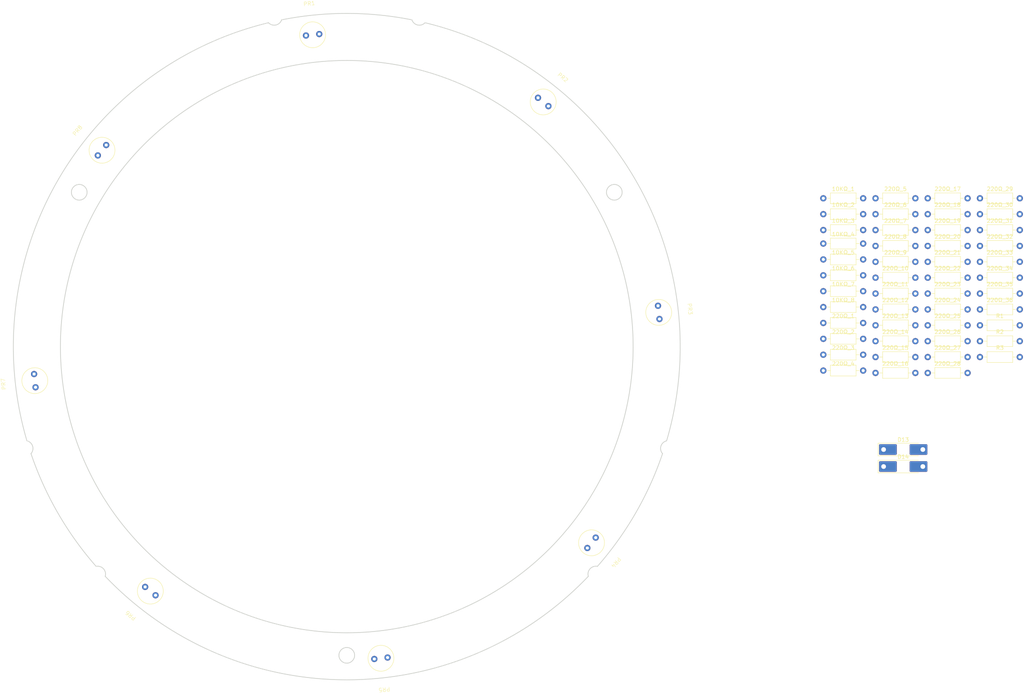
<source format=kicad_pcb>
(kicad_pcb (version 20240108) (generator "pcbnew") (generator_version "8.0")
  (layers (0 "F.Cu" signal) (31 "B.Cu" signal) (34 "B.Paste" user) (35 "F.Paste" user) (36 "B.SilkS" user "B.Silkscreen") (37 "F.SilkS" user "F.Silkscreen") (38 "B.Mask" user) (39 "F.Mask" user) (44 "Edge.Cuts" user))
  (net 0 "")
  (net 1 "pr1")
  (net 2 "Net-(D1-BK)")
  (net 3 "pr2")
  (net 4 "pr3")
  (net 5 "pr4")
  (net 6 "pr5")
  (net 7 "pr6")
  (net 8 "pr7")
  (net 9 "pr8")
  (net 10 "Net-(D1-BA)")
  (net 11 "Net-(Q3-C)")
  (net 12 "Net-(D1-GA)")
  (net 13 "Net-(Q2-C)")
  (net 14 "Net-(Q1-E)")
  (net 15 "Net-(D1-RA)")
  (net 16 "Net-(D2-BA)")
  (net 17 "Net-(D2-GA)")
  (net 18 "Net-(D2-RA)")
  (net 19 "Net-(D3-BA)")
  (net 20 "Net-(D3-GA)")
  (net 21 "Net-(D3-RA)")
  (net 22 "Net-(D4-BA)")
  (net 23 "Net-(D4-GA)")
  (net 24 "Net-(D4-RA)")
  (net 25 "Net-(D5-BA)")
  (net 26 "Net-(D5-GA)")
  (net 27 "Net-(D5-RA)")
  (net 28 "Net-(D6-BA)")
  (net 29 "Net-(D6-GA)")
  (net 30 "Net-(D6-RA)")
  (net 31 "Net-(D7-BA)")
  (net 32 "Net-(D7-GA)")
  (net 33 "Net-(D7-RA)")
  (net 34 "Net-(D8-BA)")
  (net 35 "Net-(D8-GA)")
  (net 36 "Net-(D8-RA)")
  (net 37 "Net-(D9-BA)")
  (net 38 "Net-(D9-GA)")
  (net 39 "Net-(D9-RA)")
  (net 40 "Net-(D10-BA)")
  (net 41 "Net-(D10-GA)")
  (net 42 "Net-(D10-RA)")
  (net 43 "Net-(D11-BA)")
  (net 44 "Net-(D11-GA)")
  (net 45 "Net-(D11-RA)")
  (net 46 "Net-(D12-BA)")
  (net 47 "Net-(D12-GA)")
  (net 48 "Net-(D12-RA)")
  (net 49 "GND")
  (net 50 "5V")
  (net 51 "Net-(D14-K)")
  (net 52 "Net-(Q1-B)")
  (net 53 "BLAUW")
  (net 54 "GROEN")
  (net 55 "Net-(Q2-B)")
  (net 56 "ROOD")
  (net 57 "Net-(Q3-B)")
  (footprint "Library:FOTORES" (layer "F.Cu") (at 41.809241 52.276122 51.25)
    (property "Reference" "PR8" (at -0.000001 -8.000001 51.25) (layer "F.SilkS") (effects (font (thickness 0.1))))
    (property "Value" "A1050")
    (pad "1" thru_hole circle (at -1.7 0 51.25) (size 1.6 1.6) (drill 0.8) (layers "*.Cu" "*.Mask") (net 51 "Net-(D14-K)"))
    (pad "2" thru_hole circle (at 1.7 0 51.25) (size 1.6 1.6) (drill 0.8) (layers "*.Cu" "*.Mask") (net 9 "pr8"))
  )
  (footprint "Resistor_THT:R_Axial_DIN0207_L6.3mm_D2.5mm_P10.16mm_Horizontal" (layer "F.Cu") (at 265.609 92.887)
    (property "Reference" "220Ω_36" (at 5.08 -2.37 0) (layer "F.SilkS"))
    (property "Value" "R_US")
    (pad "1" thru_hole circle (at 0 0) (size 1.6 1.6) (drill 0.8) (layers "*.Cu" "*.Mask") (net 48 "Net-(D12-RA)"))
    (pad "2" thru_hole oval (at 10.16 0) (size 1.6 1.6) (drill 0.8) (layers "*.Cu" "*.Mask") (net 14 "Net-(Q1-E)"))
  )
  (footprint "Resistor_THT:R_Axial_DIN0207_L6.3mm_D2.5mm_P10.16mm_Horizontal" (layer "F.Cu") (at 252.299 100.987)
    (property "Reference" "220Ω_26" (at 5.08 -2.37 0) (layer "F.SilkS"))
    (property "Value" "R_US")
    (pad "1" thru_hole circle (at 0 0) (size 1.6 1.6) (drill 0.8) (layers "*.Cu" "*.Mask") (net 38 "Net-(D9-GA)"))
    (pad "2" thru_hole oval (at 10.16 0) (size 1.6 1.6) (drill 0.8) (layers "*.Cu" "*.Mask") (net 13 "Net-(Q2-C)"))
  )
  (footprint "Resistor_THT:R_Axial_DIN0207_L6.3mm_D2.5mm_P10.16mm_Horizontal" (layer "F.Cu") (at 265.609 80.737)
    (property "Reference" "220Ω_33" (at 5.08 -2.37 0) (layer "F.SilkS"))
    (property "Value" "R_US")
    (pad "1" thru_hole circle (at 0 0) (size 1.6 1.6) (drill 0.8) (layers "*.Cu" "*.Mask") (net 45 "Net-(D11-RA)"))
    (pad "2" thru_hole oval (at 10.16 0) (size 1.6 1.6) (drill 0.8) (layers "*.Cu" "*.Mask") (net 14 "Net-(Q1-E)"))
  )
  (footprint "Resistor_THT:R_Axial_DIN0207_L6.3mm_D2.5mm_P10.16mm_Horizontal" (layer "F.Cu") (at 238.989 76.687)
    (property "Reference" "220Ω_8" (at 5.08 -2.37 0) (layer "F.SilkS"))
    (property "Value" "R_US")
    (pad "1" thru_hole circle (at 0 0) (size 1.6 1.6) (drill 0.8) (layers "*.Cu" "*.Mask") (net 20 "Net-(D3-GA)"))
    (pad "2" thru_hole oval (at 10.16 0) (size 1.6 1.6) (drill 0.8) (layers "*.Cu" "*.Mask") (net 13 "Net-(Q2-C)"))
  )
  (footprint "Resistor_THT:R_Axial_DIN0207_L6.3mm_D2.5mm_P10.16mm_Horizontal" (layer "F.Cu") (at 252.299 88.837)
    (property "Reference" "220Ω_23" (at 5.08 -2.37 0) (layer "F.SilkS"))
    (property "Value" "R_US")
    (pad "1" thru_hole circle (at 0 0) (size 1.6 1.6) (drill 0.8) (layers "*.Cu" "*.Mask") (net 35 "Net-(D8-GA)"))
    (pad "2" thru_hole oval (at 10.16 0) (size 1.6 1.6) (drill 0.8) (layers "*.Cu" "*.Mask") (net 13 "Net-(Q2-C)"))
  )
  (footprint "Diode_SMD:D_MELF-RM10_Universal_Handsoldering" (layer "F.Cu") (at 246.045 128.627)
    (property "Reference" "D13" (at 0 -2.5 0) (layer "F.SilkS"))
    (property "Value" "D")
    (pad "1" thru_hole roundrect (at -5 0) (size 4.5 2.7) (drill 1.19888 (offset 1.1 0)) (layers "*.Cu" "*.Mask") (roundrect_rratio 0.0925925926) (net 49 "GND"))
    (pad "2" thru_hole roundrect (at 5 0 180) (size 4.5 2.7) (drill 1.19888 (offset 1.1 0)) (layers "*.Cu" "*.Mask") (roundrect_rratio 0.0925925926) (net 2 "Net-(D1-BK)"))
  )
  (footprint "Resistor_THT:R_Axial_DIN0207_L6.3mm_D2.5mm_P10.16mm_Horizontal" (layer "F.Cu") (at 265.609 88.837)
    (property "Reference" "220Ω_35" (at 5.08 -2.37 0) (layer "F.SilkS"))
    (property "Value" "R_US")
    (pad "1" thru_hole circle (at 0 0) (size 1.6 1.6) (drill 0.8) (layers "*.Cu" "*.Mask") (net 47 "Net-(D12-GA)"))
    (pad "2" thru_hole oval (at 10.16 0) (size 1.6 1.6) (drill 0.8) (layers "*.Cu" "*.Mask") (net 13 "Net-(Q2-C)"))
  )
  (footprint "Library:FOTORES" (layer "F.Cu") (at 166.590758 152.423877 -128.75)
    (property "Reference" "PR4" (at 0 -8 -128.75) (layer "F.SilkS") (effects (font (thickness 0.1))))
    (property "Value" "A1050")
    (pad "1" thru_hole circle (at -1.7 0 231.25) (size 1.6 1.6) (drill 0.8) (layers "*.Cu" "*.Mask") (net 51 "Net-(D14-K)"))
    (pad "2" thru_hole circle (at 1.7 0 231.25) (size 1.6 1.6) (drill 0.8) (layers "*.Cu" "*.Mask") (net 5 "pr4"))
  )
  (footprint "Resistor_THT:R_Axial_DIN0207_L6.3mm_D2.5mm_P10.16mm_Horizontal" (layer "F.Cu") (at 265.609 100.987)
    (property "Reference" "R2" (at 5.08 -2.37 0) (layer "F.SilkS"))
    (property "Value" "R_US")
    (pad "1" thru_hole circle (at 0 0) (size 1.6 1.6) (drill 0.8) (layers "*.Cu" "*.Mask") (net 55 "Net-(Q2-B)"))
    (pad "2" thru_hole oval (at 10.16 0) (size 1.6 1.6) (drill 0.8) (layers "*.Cu" "*.Mask") (net 54 "GROEN"))
  )
  (footprint "Resistor_THT:R_Axial_DIN0207_L6.3mm_D2.5mm_P10.16mm_Horizontal" (layer "F.Cu") (at 252.299 92.887)
    (property "Reference" "220Ω_24" (at 5.08 -2.37 0) (layer "F.SilkS"))
    (property "Value" "R_US")
    (pad "1" thru_hole circle (at 0 0) (size 1.6 1.6) (drill 0.8) (layers "*.Cu" "*.Mask") (net 36 "Net-(D8-RA)"))
    (pad "2" thru_hole oval (at 10.16 0) (size 1.6 1.6) (drill 0.8) (layers "*.Cu" "*.Mask") (net 14 "Net-(Q1-E)"))
  )
  (footprint "Resistor_THT:R_Axial_DIN0207_L6.3mm_D2.5mm_P10.16mm_Horizontal" (layer "F.Cu") (at 252.299 105.037)
    (property "Reference" "220Ω_27" (at 5.08 -2.37 0) (layer "F.SilkS"))
    (property "Value" "R_US")
    (pad "1" thru_hole circle (at 0 0) (size 1.6 1.6) (drill 0.8) (layers "*.Cu" "*.Mask") (net 39 "Net-(D9-RA)"))
    (pad "2" thru_hole oval (at 10.16 0) (size 1.6 1.6) (drill 0.8) (layers "*.Cu" "*.Mask") (net 14 "Net-(Q1-E)"))
  )
  (footprint "Resistor_THT:R_Axial_DIN0207_L6.3mm_D2.5mm_P10.16mm_Horizontal" (layer "F.Cu") (at 238.989 84.787)
    (property "Reference" "220Ω_10" (at 5.08 -2.37 0) (layer "F.SilkS"))
    (property "Value" "R_US")
    (pad "1" thru_hole circle (at 0 0) (size 1.6 1.6) (drill 0.8) (layers "*.Cu" "*.Mask") (net 22 "Net-(D4-BA)"))
    (pad "2" thru_hole oval (at 10.16 0) (size 1.6 1.6) (drill 0.8) (layers "*.Cu" "*.Mask") (net 11 "Net-(Q3-C)"))
  )
  (footprint "Resistor_THT:R_Axial_DIN0207_L6.3mm_D2.5mm_P10.16mm_Horizontal" (layer "F.Cu") (at 225.679 108.487)
    (property "Reference" "220Ω_4" (at 5.08 -1.77 0) (layer "F.SilkS"))
    (property "Value" "R_US")
    (pad "1" thru_hole circle (at 0 0) (size 1.6 1.6) (drill 0.8) (layers "*.Cu" "*.Mask") (net 16 "Net-(D2-BA)"))
    (pad "2" thru_hole oval (at 10.16 0) (size 1.6 1.6) (drill 0.8) (layers "*.Cu" "*.Mask") (net 11 "Net-(Q3-C)"))
  )
  (footprint "Resistor_THT:R_Axial_DIN0207_L6.3mm_D2.5mm_P10.16mm_Horizontal" (layer "F.Cu") (at 265.609 72.637)
    (property "Reference" "220Ω_31" (at 5.08 -2.37 0) (layer "F.SilkS"))
    (property "Value" "R_US")
    (pad "1" thru_hole circle (at 0 0) (size 1.6 1.6) (drill 0.8) (layers "*.Cu" "*.Mask") (net 43 "Net-(D11-BA)"))
    (pad "2" thru_hole oval (at 10.16 0) (size 1.6 1.6) (drill 0.8) (layers "*.Cu" "*.Mask") (net 11 "Net-(Q3-C)"))
  )
  (footprint "Resistor_THT:R_Axial_DIN0207_L6.3mm_D2.5mm_P10.16mm_Horizontal" (layer "F.Cu") (at 238.989 92.887)
    (property "Reference" "220Ω_12" (at 5.08 -2.37 0) (layer "F.SilkS"))
    (property "Value" "R_US")
    (pad "1" thru_hole circle (at 0 0) (size 1.6 1.6) (drill 0.8) (layers "*.Cu" "*.Mask") (net 24 "Net-(D4-RA)"))
    (pad "2" thru_hole oval (at 10.16 0) (size 1.6 1.6) (drill 0.8) (layers "*.Cu" "*.Mask") (net 14 "Net-(Q1-E)"))
  )
  (footprint "Library:FOTORES" (layer "F.Cu") (at 54.126122 164.740758 141.25)
    (property "Reference" "PR6" (at 0.000001 -8.000001 141.25) (layer "F.SilkS") (effects (font (thickness 0.1))))
    (property "Value" "A1050")
    (pad "1" thru_hole circle (at -1.7 0 141.25) (size 1.6 1.6) (drill 0.8) (layers "*.Cu" "*.Mask") (net 51 "Net-(D14-K)"))
    (pad "2" thru_hole circle (at 1.7 0 141.25) (size 1.6 1.6) (drill 0.8) (layers "*.Cu" "*.Mask") (net 7 "pr6"))
  )
  (footprint "Resistor_THT:R_Axial_DIN0207_L6.3mm_D2.5mm_P10.16mm_Horizontal" (layer "F.Cu") (at 252.299 80.737)
    (property "Reference" "220Ω_21" (at 5.08 -2.37 0) (layer "F.SilkS"))
    (property "Value" "R_US")
    (pad "1" thru_hole circle (at 0 0) (size 1.6 1.6) (drill 0.8) (layers "*.Cu" "*.Mask") (net 33 "Net-(D7-RA)"))
    (pad "2" thru_hole oval (at 10.16 0) (size 1.6 1.6) (drill 0.8) (layers "*.Cu" "*.Mask") (net 14 "Net-(Q1-E)"))
  )
  (footprint "Resistor_THT:R_Axial_DIN0207_L6.3mm_D2.5mm_P10.16mm_Horizontal" (layer "F.Cu") (at 225.679 100.387)
    (property "Reference" "220Ω_2" (at 5.08 -1.77 0) (layer "F.SilkS"))
    (property "Value" "R_US")
    (pad "1" thru_hole circle (at 0 0) (size 1.6 1.6) (drill 0.8) (layers "*.Cu" "*.Mask") (net 12 "Net-(D1-GA)"))
    (pad "2" thru_hole oval (at 10.16 0) (size 1.6 1.6) (drill 0.8) (layers "*.Cu" "*.Mask") (net 13 "Net-(Q2-C)"))
  )
  (footprint "Resistor_THT:R_Axial_DIN0207_L6.3mm_D2.5mm_P10.16mm_Horizontal" (layer "F.Cu") (at 225.679 76.087)
    (property "Reference" "10KΩ_4" (at 5.08 -2.37 0) (layer "F.SilkS"))
    (property "Value" "R_US")
    (pad "1" thru_hole circle (at 0 0) (size 1.6 1.6) (drill 0.8) (layers "*.Cu" "*.Mask") (net 5 "pr4"))
    (pad "2" thru_hole oval (at 10.16 0) (size 1.6 1.6) (drill 0.8) (layers "*.Cu" "*.Mask") (net 2 "Net-(D1-BK)"))
  )
  (footprint "Library:FOTORES" (layer "F.Cu") (at 112.90935 181.874507 -173.75)
    (property "Reference" "PR5" (at 0 -8 -173.75) (layer "F.SilkS") (effects (font (thickness 0.1))))
    (property "Value" "A1050")
    (pad "1" thru_hole circle (at -1.7 0 186.25) (size 1.6 1.6) (drill 0.8) (layers "*.Cu" "*.Mask") (net 51 "Net-(D14-K)"))
    (pad "2" thru_hole circle (at 1.7 0 186.25) (size 1.6 1.6) (drill 0.8) (layers "*.Cu" "*.Mask") (net 6 "pr5"))
  )
  (footprint "Resistor_THT:R_Axial_DIN0207_L6.3mm_D2.5mm_P10.16mm_Horizontal" (layer "F.Cu") (at 252.299 84.787)
    (property "Reference" "220Ω_22" (at 5.08 -2.37 0) (layer "F.SilkS"))
    (property "Value" "R_US")
    (pad "1" thru_hole circle (at 0 0) (size 1.6 1.6) (drill 0.8) (layers "*.Cu" "*.Mask") (net 34 "Net-(D8-BA)"))
    (pad "2" thru_hole oval (at 10.16 0) (size 1.6 1.6) (drill 0.8) (layers "*.Cu" "*.Mask") (net 11 "Net-(Q3-C)"))
  )
  (footprint "Resistor_THT:R_Axial_DIN0207_L6.3mm_D2.5mm_P10.16mm_Horizontal" (layer "F.Cu") (at 252.299 76.687)
    (property "Reference" "220Ω_20" (at 5.08 -2.37 0) (layer "F.SilkS"))
    (property "Value" "R_US")
    (pad "1" thru_hole circle (at 0 0) (size 1.6 1.6) (drill 0.8) (layers "*.Cu" "*.Mask") (net 32 "Net-(D7-GA)"))
    (pad "2" thru_hole oval (at 10.16 0) (size 1.6 1.6) (drill 0.8) (layers "*.Cu" "*.Mask") (net 13 "Net-(Q2-C)"))
  )
  (footprint "Resistor_THT:R_Axial_DIN0207_L6.3mm_D2.5mm_P10.16mm_Horizontal" (layer "F.Cu") (at 252.299 72.637)
    (property "Reference" "220Ω_19" (at 5.08 -2.37 0) (layer "F.SilkS"))
    (property "Value" "R_US")
    (pad "1" thru_hole circle (at 0 0) (size 1.6 1.6) (drill 0.8) (layers "*.Cu" "*.Mask") (net 31 "Net-(D7-BA)"))
    (pad "2" thru_hole oval (at 10.16 0) (size 1.6 1.6) (drill 0.8) (layers "*.Cu" "*.Mask") (net 11 "Net-(Q3-C)"))
  )
  (footprint "Resistor_THT:R_Axial_DIN0207_L6.3mm_D2.5mm_P10.16mm_Horizontal" (layer "F.Cu") (at 238.989 105.037)
    (property "Reference" "220Ω_15" (at 5.08 -2.37 0) (layer "F.SilkS"))
    (property "Value" "R_US")
    (pad "1" thru_hole circle (at 0 0) (size 1.6 1.6) (drill 0.8) (layers "*.Cu" "*.Mask") (net 27 "Net-(D5-RA)"))
    (pad "2" thru_hole oval (at 10.16 0) (size 1.6 1.6) (drill 0.8) (layers "*.Cu" "*.Mask") (net 14 "Net-(Q1-E)"))
  )
  (footprint "Resistor_THT:R_Axial_DIN0207_L6.3mm_D2.5mm_P10.16mm_Horizontal" (layer "F.Cu") (at 252.299 96.937)
    (property "Reference" "220Ω_25" (at 5.08 -2.37 0) (layer "F.SilkS"))
    (property "Value" "R_US")
    (pad "1" thru_hole circle (at 0 0) (size 1.6 1.6) (drill 0.8) (layers "*.Cu" "*.Mask") (net 37 "Net-(D9-BA)"))
    (pad "2" thru_hole oval (at 10.16 0) (size 1.6 1.6) (drill 0.8) (layers "*.Cu" "*.Mask") (net 11 "Net-(Q3-C)"))
  )
  (footprint "Resistor_THT:R_Axial_DIN0207_L6.3mm_D2.5mm_P10.16mm_Horizontal" (layer "F.Cu") (at 252.299 64.537)
    (property "Reference" "220Ω_17" (at 5.08 -2.37 0) (layer "F.SilkS"))
    (property "Value" "R_US")
    (pad "1" thru_hole circle (at 0 0) (size 1.6 1.6) (drill 0.8) (layers "*.Cu" "*.Mask") (net 29 "Net-(D6-GA)"))
    (pad "2" thru_hole oval (at 10.16 0) (size 1.6 1.6) (drill 0.8) (layers "*.Cu" "*.Mask") (net 13 "Net-(Q2-C)"))
  )
  (footprint "Resistor_THT:R_Axial_DIN0207_L6.3mm_D2.5mm_P10.16mm_Horizontal" (layer "F.Cu") (at 265.609 105.037)
    (property "Reference" "R3" (at 5.08 -2.37 0) (layer "F.SilkS"))
    (property "Value" "R_US")
    (pad "1" thru_hole circle (at 0 0) (size 1.6 1.6) (drill 0.8) (layers "*.Cu" "*.Mask") (net 57 "Net-(Q3-B)"))
    (pad "2" thru_hole oval (at 10.16 0) (size 1.6 1.6) (drill 0.8) (layers "*.Cu" "*.Mask") (net 56 "ROOD"))
  )
  (footprint "Resistor_THT:R_Axial_DIN0207_L6.3mm_D2.5mm_P10.16mm_Horizontal" (layer "F.Cu") (at 265.609 84.787)
    (property "Reference" "220Ω_34" (at 5.08 -2.37 0) (layer "F.SilkS"))
    (property "Value" "R_US")
    (pad "1" thru_hole circle (at 0 0) (size 1.6 1.6) (drill 0.8) (layers "*.Cu" "*.Mask") (net 46 "Net-(D12-BA)"))
    (pad "2" thru_hole oval (at 10.16 0) (size 1.6 1.6) (drill 0.8) (layers "*.Cu" "*.Mask") (net 11 "Net-(Q3-C)"))
  )
  (footprint "Resistor_THT:R_Axial_DIN0207_L6.3mm_D2.5mm_P10.16mm_Horizontal" (layer "F.Cu") (at 225.679 84.187)
    (property "Reference" "10KΩ_6" (at 5.08 -1.77 0) (layer "F.SilkS"))
    (property "Value" "R_US")
    (pad "1" thru_hole circle (at 0 0) (size 1.6 1.6) (drill 0.8) (layers "*.Cu" "*.Mask") (net 7 "pr6"))
    (pad "2" thru_hole oval (at 10.16 0) (size 1.6 1.6) (drill 0.8) (layers "*.Cu" "*.Mask") (net 2 "Net-(D1-BK)"))
  )
  (footprint "Resistor_THT:R_Axial_DIN0207_L6.3mm_D2.5mm_P10.16mm_Horizontal" (layer "F.Cu") (at 238.989 96.937)
    (property "Reference" "220Ω_13" (at 5.08 -2.37 0) (layer "F.SilkS"))
    (property "Value" "R_US")
    (pad "1" thru_hole circle (at 0 0) (size 1.6 1.6) (drill 0.8) (layers "*.Cu" "*.Mask") (net 25 "Net-(D5-BA)"))
    (pad "2" thru_hole oval (at 10.16 0) (size 1.6 1.6) (drill 0.8) (layers "*.Cu" "*.Mask") (net 11 "Net-(Q3-C)"))
  )
  (footprint "Library:FOTORES" (layer "F.Cu") (at 154.273877 39.959241 -38.75)
    (property "Reference" "PR2" (at -0.000001 -8 -38.75) (layer "F.SilkS") (effects (font (thickness 0.1))))
    (property "Value" "A1050")
    (pad "1" thru_hole circle (at -1.7 0 321.25) (size 1.6 1.6) (drill 0.8) (layers "*.Cu" "*.Mask") (net 51 "Net-(D14-K)"))
    (pad "2" thru_hole circle (at 1.7 0 321.25) (size 1.6 1.6) (drill 0.8) (layers "*.Cu" "*.Mask") (net 3 "pr2"))
  )
  (footprint "Resistor_THT:R_Axial_DIN0207_L6.3mm_D2.5mm_P10.16mm_Horizontal" (layer "F.Cu") (at 252.299 109.087)
    (property "Reference" "220Ω_28" (at 5.08 -2.37 0) (layer "F.SilkS"))
    (property "Value" "R_US")
    (pad "1" thru_hole circle (at 0 0) (size 1.6 1.6) (drill 0.8) (layers "*.Cu" "*.Mask") (net 40 "Net-(D10-BA)"))
    (pad "2" thru_hole oval (at 10.16 0) (size 1.6 1.6) (drill 0.8) (layers "*.Cu" "*.Mask") (net 11 "Net-(Q3-C)"))
  )
  (footprint "Resistor_THT:R_Axial_DIN0207_L6.3mm_D2.5mm_P10.16mm_Horizontal" (layer "F.Cu") (at 238.989 109.087)
    (property "Reference" "220Ω_16" (at 5.08 -2.37 0) (layer "F.SilkS"))
    (property "Value" "R_US")
    (pad "1" thru_hole circle (at 0 0) (size 1.6 1.6) (drill 0.8) (layers "*.Cu" "*.Mask") (net 28 "Net-(D6-BA)"))
    (pad "2" thru_hole oval (at 10.16 0) (size 1.6 1.6) (drill 0.8) (layers "*.Cu" "*.Mask") (net 11 "Net-(Q3-C)"))
  )
  (footprint "Resistor_THT:R_Axial_DIN0207_L6.3mm_D2.5mm_P10.16mm_Horizontal" (layer "F.Cu") (at 225.679 88.237)
    (property "Reference" "10KΩ_7" (at 5.08 -1.77 0) (layer "F.SilkS"))
    (property "Value" "R_US")
    (pad "1" thru_hole circle (at 0 0) (size 1.6 1.6) (drill 0.8) (layers "*.Cu" "*.Mask") (net 8 "pr7"))
    (pad "2" thru_hole oval (at 10.16 0) (size 1.6 1.6) (drill 0.8) (layers "*.Cu" "*.Mask") (net 2 "Net-(D1-BK)"))
  )
  (footprint "Resistor_THT:R_Axial_DIN0207_L6.3mm_D2.5mm_P10.16mm_Horizontal" (layer "F.Cu") (at 238.989 72.637)
    (property "Reference" "220Ω_7" (at 5.08 -2.37 0) (layer "F.SilkS"))
    (property "Value" "R_US")
    (pad "1" thru_hole circle (at 0 0) (size 1.6 1.6) (drill 0.8) (layers "*.Cu" "*.Mask") (net 19 "Net-(D3-BA)"))
    (pad "2" thru_hole oval (at 10.16 0) (size 1.6 1.6) (drill 0.8) (layers "*.Cu" "*.Mask") (net 11 "Net-(Q3-C)"))
  )
  (footprint "Resistor_THT:R_Axial_DIN0207_L6.3mm_D2.5mm_P10.16mm_Horizontal" (layer "F.Cu") (at 225.679 80.137)
    (property "Reference" "10KΩ_5" (at 5.08 -1.77 0) (layer "F.SilkS"))
    (property "Value" "R_US")
    (pad "1" thru_hole circle (at 0 0) (size 1.6 1.6) (drill 0.8) (layers "*.Cu" "*.Mask") (net 6 "pr5"))
    (pad "2" thru_hole oval (at 10.16 0) (size 1.6 1.6) (drill 0.8) (layers "*.Cu" "*.Mask") (net 2 "Net-(D1-BK)"))
  )
  (footprint "Resistor_THT:R_Axial_DIN0207_L6.3mm_D2.5mm_P10.16mm_Horizontal" (layer "F.Cu") (at 225.679 64.537)
    (property "Reference" "10KΩ_1" (at 5.08 -2.37 0) (layer "F.SilkS"))
    (property "Value" "R_US")
    (pad "1" thru_hole circle (at 0 0) (size 1.6 1.6) (drill 0.8) (layers "*.Cu" "*.Mask") (net 1 "pr1"))
    (pad "2" thru_hole oval (at 10.16 0) (size 1.6 1.6) (drill 0.8) (layers "*.Cu" "*.Mask") (net 2 "Net-(D1-BK)"))
  )
  (footprint "Resistor_THT:R_Axial_DIN0207_L6.3mm_D2.5mm_P10.16mm_Horizontal" (layer "F.Cu") (at 252.299 68.587)
    (property "Reference" "220Ω_18" (at 5.08 -2.37 0) (layer "F.SilkS"))
    (property "Value" "R_US")
    (pad "1" thru_hole circle (at 0 0) (size 1.6 1.6) (drill 0.8) (layers "*.Cu" "*.Mask") (net 30 "Net-(D6-RA)"))
    (pad "2" thru_hole oval (at 10.16 0) (size 1.6 1.6) (drill 0.8) (layers "*.Cu" "*.Mask") (net 14 "Net-(Q1-E)"))
  )
  (footprint "Resistor_THT:R_Axial_DIN0207_L6.3mm_D2.5mm_P10.16mm_Horizontal" (layer "F.Cu") (at 238.989 68.587)
    (property "Reference" "220Ω_6" (at 5.08 -2.37 0) (layer "F.SilkS"))
    (property "Value" "R_US")
    (pad "1" thru_hole circle (at 0 0) (size 1.6 1.6) (drill 0.8) (layers "*.Cu" "*.Mask") (net 18 "Net-(D2-RA)"))
    (pad "2" thru_hole oval (at 10.16 0) (size 1.6 1.6) (drill 0.8) (layers "*.Cu" "*.Mask") (net 14 "Net-(Q1-E)"))
  )
  (footprint "Resistor_THT:R_Axial_DIN0207_L6.3mm_D2.5mm_P10.16mm_Horizontal" (layer "F.Cu") (at 225.679 104.437)
    (property "Reference" "220Ω_3" (at 5.08 -1.77 0) (layer "F.SilkS"))
    (property "Value" "R_US")
    (pad "1" thru_hole circle (at 0 0) (size 1.6 1.6) (drill 0.8) (layers "*.Cu" "*.Mask") (net 15 "Net-(D1-RA)"))
    (pad "2" thru_hole oval (at 10.16 0) (size 1.6 1.6) (drill 0.8) (layers "*.Cu" "*.Mask") (net 14 "Net-(Q1-E)"))
  )
  (footprint "Resistor_THT:R_Axial_DIN0207_L6.3mm_D2.5mm_P10.16mm_Horizontal" (layer "F.Cu") (at 238.989 64.537)
    (property "Reference" "220Ω_5" (at 5.08 -2.37 0) (layer "F.SilkS"))
    (property "Value" "R_US")
    (pad "1" thru_hole circle (at 0 0) (size 1.6 1.6) (drill 0.8) (layers "*.Cu" "*.Mask") (net 17 "Net-(D2-GA)"))
    (pad "2" thru_hole oval (at 10.16 0) (size 1.6 1.6) (drill 0.8) (layers "*.Cu" "*.Mask") (net 13 "Net-(Q2-C)"))
  )
  (footprint "Resistor_THT:R_Axial_DIN0207_L6.3mm_D2.5mm_P10.16mm_Horizontal" (layer "F.Cu") (at 225.679 72.637)
    (property "Reference" "10KΩ_3" (at 5.08 -2.37 0) (layer "F.SilkS"))
    (property "Value" "R_US")
    (pad "1" thru_hole circle (at 0 0) (size 1.6 1.6) (drill 0.8) (layers "*.Cu" "*.Mask") (net 4 "pr3"))
    (pad "2" thru_hole oval (at 10.16 0) (size 1.6 1.6) (drill 0.8) (layers "*.Cu" "*.Mask") (net 2 "Net-(D1-BK)"))
  )
  (footprint "Resistor_THT:R_Axial_DIN0207_L6.3mm_D2.5mm_P10.16mm_Horizontal" (layer "F.Cu") (at 265.609 68.587)
    (property "Reference" "220Ω_30" (at 5.08 -2.37 0) (layer "F.SilkS"))
    (property "Value" "R_US")
    (pad "1" thru_hole circle (at 0 0) (size 1.6 1.6) (drill 0.8) (layers "*.Cu" "*.Mask") (net 42 "Net-(D10-RA)"))
    (pad "2" thru_hole oval (at 10.16 0) (size 1.6 1.6) (drill 0.8) (layers "*.Cu" "*.Mask") (net 14 "Net-(Q1-E)"))
  )
  (footprint "Library:FOTORES" (layer "F.Cu") (at 95.49065 22.825493 6.25)
    (property "Reference" "PR1" (at 0 -8 6.25) (layer "F.SilkS") (effects (font (thickness 0.1))))
    (property "Value" "A1050")
    (pad "1" thru_hole circle (at -1.7 0 6.25) (size 1.6 1.6) (drill 0.8) (layers "*.Cu" "*.Mask") (net 51 "Net-(D14-K)"))
    (pad "2" thru_hole circle (at 1.7 0 6.25) (size 1.6 1.6) (drill 0.8) (layers "*.Cu" "*.Mask") (net 1 "pr1"))
  )
  (footprint "Resistor_THT:R_Axial_DIN0207_L6.3mm_D2.5mm_P10.16mm_Horizontal" (layer "F.Cu") (at 238.989 88.837)
    (property "Reference" "220Ω_11" (at 5.08 -2.37 0) (layer "F.SilkS"))
    (property "Value" "R_US")
    (pad "1" thru_hole circle (at 0 0) (size 1.6 1.6) (drill 0.8) (layers "*.Cu" "*.Mask") (net 23 "Net-(D4-GA)"))
    (pad "2" thru_hole oval (at 10.16 0) (size 1.6 1.6) (drill 0.8) (layers "*.Cu" "*.Mask") (net 13 "Net-(Q2-C)"))
  )
  (footprint "Resistor_THT:R_Axial_DIN0207_L6.3mm_D2.5mm_P10.16mm_Horizontal" (layer "F.Cu") (at 225.679 92.287)
    (property "Reference" "10KΩ_8" (at 5.08 -1.77 0) (layer "F.SilkS"))
    (property "Value" "R_US")
    (pad "1" thru_hole circle (at 0 0) (size 1.6 1.6) (drill 0.8) (layers "*.Cu" "*.Mask") (net 9 "pr8"))
    (pad "2" thru_hole oval (at 10.16 0) (size 1.6 1.6) (drill 0.8) (layers "*.Cu" "*.Mask") (net 2 "Net-(D1-BK)"))
  )
  (footprint "Diode_SMD:D_MELF-RM10_Universal_Handsoldering" (layer "F.Cu") (at 246.045 132.967)
    (property "Reference" "D14" (at 0 -2.5 0) (layer "F.SilkS"))
    (property "Value" "D")
    (pad "1" thru_hole roundrect (at -5 0) (size 4.5 2.7) (drill 1.19888 (offset 1.1 0)) (layers "*.Cu" "*.Mask") (roundrect_rratio 0.0925925926) (net 51 "Net-(D14-K)"))
    (pad "2" thru_hole roundrect (at 5 0 180) (size 4.5 2.7) (drill 1.19888 (offset 1.1 0)) (layers "*.Cu" "*.Mask") (roundrect_rratio 0.0925925926) (net 50 "5V"))
  )
  (footprint "Resistor_THT:R_Axial_DIN0207_L6.3mm_D2.5mm_P10.16mm_Horizontal" (layer "F.Cu") (at 265.609 96.937)
    (property "Reference" "R1" (at 5.08 -2.37 0) (layer "F.SilkS"))
    (property "Value" "R_US")
    (pad "1" thru_hole circle (at 0 0) (size 1.6 1.6) (drill 0.8) (layers "*.Cu" "*.Mask") (net 52 "Net-(Q1-B)"))
    (pad "2" thru_hole oval (at 10.16 0) (size 1.6 1.6) (drill 0.8) (layers "*.Cu" "*.Mask") (net 53 "BLAUW"))
  )
  (footprint "Library:FOTORES" (layer "F.Cu") (at 24.675493 111.05935 96.25)
    (property "Reference" "PR7" (at 0 -8 96.25) (layer "F.SilkS") (effects (font (thickness 0.1))))
    (property "Value" "A1050")
    (pad "1" thru_hole circle (at -1.7 0 96.25) (size 1.6 1.6) (drill 0.8) (layers "*.Cu" "*.Mask") (net 51 "Net-(D14-K)"))
    (pad "2" thru_hole circle (at 1.7 0 96.25) (size 1.6 1.6) (drill 0.8) (layers "*.Cu" "*.Mask") (net 8 "pr7"))
  )
  (footprint "Resistor_THT:R_Axial_DIN0207_L6.3mm_D2.5mm_P10.16mm_Horizontal" (layer "F.Cu") (at 238.989 100.987)
    (property "Reference" "220Ω_14" (at 5.08 -2.37 0) (layer "F.SilkS"))
    (property "Value" "R_US")
    (pad "1" thru_hole circle (at 0 0) (size 1.6 1.6) (drill 0.8) (layers "*.Cu" "*.Mask") (net 26 "Net-(D5-GA)"))
    (pad "2" thru_hole oval (at 10.16 0) (size 1.6 1.6) (drill 0.8) (layers "*.Cu" "*.Mask") (net 13 "Net-(Q2-C)"))
  )
  (footprint "Resistor_THT:R_Axial_DIN0207_L6.3mm_D2.5mm_P10.16mm_Horizontal" (layer "F.Cu") (at 225.679 68.587)
    (property "Reference" "10KΩ_2" (at 5.08 -2.37 0) (layer "F.SilkS"))
    (property "Value" "R_US")
    (pad "1" thru_hole circle (at 0 0) (size 1.6 1.6) (drill 0.8) (layers "*.Cu" "*.Mask") (net 3 "pr2"))
    (pad "2" thru_hole oval (at 10.16 0) (size 1.6 1.6) (drill 0.8) (layers "*.Cu" "*.Mask") (net 2 "Net-(D1-BK)"))
  )
  (footprint "Resistor_THT:R_Axial_DIN0207_L6.3mm_D2.5mm_P10.16mm_Horizontal" (layer "F.Cu") (at 225.679 96.337)
    (property "Reference" "220Ω_1" (at 5.08 -1.77 0) (layer "F.SilkS"))
    (property "Value" "R_US")
    (pad "1" thru_hole circle (at 0 0) (size 1.6 1.6) (drill 0.8) (layers "*.Cu" "*.Mask") (net 10 "Net-(D1-BA)"))
    (pad "2" thru_hole oval (at 10.16 0) (size 1.6 1.6) (drill 0.8) (layers "*.Cu" "*.Mask") (net 11 "Net-(Q3-C)"))
  )
  (footprint "Resistor_THT:R_Axial_DIN0207_L6.3mm_D2.5mm_P10.16mm_Horizontal" (layer "F.Cu") (at 238.989 80.737)
    (property "Reference" "220Ω_9" (at 5.08 -2.37 0) (layer "F.SilkS"))
    (property "Value" "R_US")
    (pad "1" thru_hole circle (at 0 0) (size 1.6 1.6) (drill 0.8) (layers "*.Cu" "*.Mask") (net 21 "Net-(D3-RA)"))
    (pad "2" thru_hole oval (at 10.16 0) (size 1.6 1.6) (drill 0.8) (layers "*.Cu" "*.Mask") (net 14 "Net-(Q1-E)"))
  )
  (footprint "Resistor_THT:R_Axial_DIN0207_L6.3mm_D2.5mm_P10.16mm_Horizontal" (layer "F.Cu") (at 265.609 76.687)
    (property "Reference" "220Ω_32" (at 5.08 -2.37 0) (layer "F.SilkS"))
    (property "Value" "R_US")
    (pad "1" thru_hole circle (at 0 0) (size 1.6 1.6) (drill 0.8) (layers "*.Cu" "*.Mask") (net 44 "Net-(D11-GA)"))
    (pad "2" thru_hole oval (at 10.16 0) (size 1.6 1.6) (drill 0.8) (layers "*.Cu" "*.Mask") (net 13 "Net-(Q2-C)"))
  )
  (footprint "Library:FOTORES" (layer "F.Cu") (at 183.724507 93.64065 -83.75)
    (property "Reference" "PR3" (at 0 -8 -83.75) (layer "F.SilkS") (effects (font (thickness 0.1))))
    (property "Value" "A1050")
    (pad "1" thru_hole circle (at -1.7 0 276.25) (size 1.6 1.6) (drill 0.8) (layers "*.Cu" "*.Mask") (net 51 "Net-(D14-K)"))
    (pad "2" thru_hole circle (at 1.7 0 276.25) (size 1.6 1.6) (drill 0.8) (layers "*.Cu" "*.Mask") (net 4 "pr3"))
  )
  (footprint "Resistor_THT:R_Axial_DIN0207_L6.3mm_D2.5mm_P10.16mm_Horizontal" (layer "F.Cu") (at 265.609 64.537)
    (property "Reference" "220Ω_29" (at 5.08 -2.37 0) (layer "F.SilkS"))
    (property "Value" "R_US")
    (pad "1" thru_hole circle (at 0 0) (size 1.6 1.6) (drill 0.8) (layers "*.Cu" "*.Mask") (net 41 "Net-(D10-GA)"))
    (pad "2" thru_hole oval (at 10.16 0) (size 1.6 1.6) (drill 0.8) (layers "*.Cu" "*.Mask") (net 13 "Net-(Q2-C)"))
  )
  (gr_arc (start 124.151927 19.749939) (mid 177.81166 59.875) (end 185.731116 126.408222) (stroke (width 0.2)) (layer "Edge.Cuts"))
  (gr_arc (start 184.69566 129.676435) (mid 177.81166 144.875) (end 168.091317 158.436002) (stroke (width 0.2)) (layer "Edge.Cuts"))
  (gr_circle (center 172.399002 63) (end 174.399002 63) (stroke (width 0.2)) (fill none) (layer "Edge.Cuts"))
  (gr_arc (start 165.77869 160.966839) (mid 166.219203 159.047337) (end 168.091317 158.436002) (stroke (width 0.2)) (layer "Edge.Cuts"))
  (gr_circle (center 104.199501 102.375) (end 177.199501 102.375) (stroke (width 0.2)) (fill none) (layer "Edge.Cuts"))
  (gr_arc (start 87.595157 19.012564) (mid 104.199501 17.375) (end 120.803845 19.012564) (stroke (width 0.2)) (layer "Edge.Cuts"))
  (gr_arc (start 124.151927 19.749939) (mid 122.269333 20.328191) (end 120.803845 19.012564) (stroke (width 0.2)) (layer "Edge.Cuts"))
  (gr_arc (start 40.307685 158.436002) (mid 42.179795 159.047339) (end 42.620312 160.966839) (stroke (width 0.2)) (layer "Edge.Cuts"))
  (gr_arc (start 40.307685 158.436002) (mid 30.587342 144.875) (end 23.703342 129.676435) (stroke (width 0.2)) (layer "Edge.Cuts"))
  (gr_arc (start 22.667886 126.408222) (mid 30.587341 59.874999) (end 84.247075 19.749939) (stroke (width 0.2)) (layer "Edge.Cuts"))
  (gr_arc (start 165.77869 160.966839) (mid 104.199501 187.375) (end 42.620312 160.966839) (stroke (width 0.2)) (layer "Edge.Cuts"))
  (gr_arc (start 87.595157 19.012564) (mid 86.129668 20.328191) (end 84.247075 19.749939) (stroke (width 0.2)) (layer "Edge.Cuts"))
  (gr_arc (start 22.667886 126.408222) (mid 24.109963 127.74947) (end 23.703342 129.676435) (stroke (width 0.2)) (layer "Edge.Cuts"))
  (gr_arc (start 184.69566 129.676435) (mid 184.289018 127.749463) (end 185.731116 126.408222) (stroke (width 0.2)) (layer "Edge.Cuts"))
  (gr_circle (center 36 63) (end 38 63) (stroke (width 0.2)) (fill none) (layer "Edge.Cuts"))
  (gr_circle (center 104.199501 181.125) (end 106.199501 181.125) (stroke (width 0.2)) (fill none) (layer "Edge.Cuts"))
)
</source>
